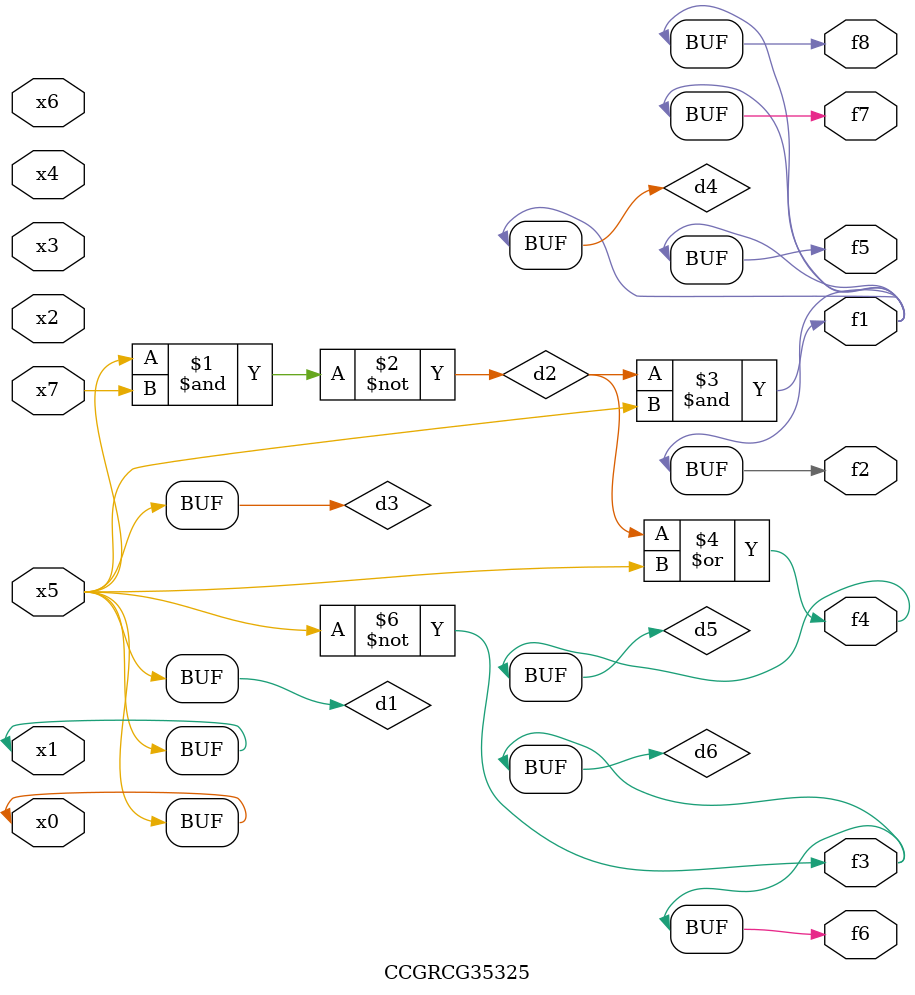
<source format=v>
module CCGRCG35325(
	input x0, x1, x2, x3, x4, x5, x6, x7,
	output f1, f2, f3, f4, f5, f6, f7, f8
);

	wire d1, d2, d3, d4, d5, d6;

	buf (d1, x0, x5);
	nand (d2, x5, x7);
	buf (d3, x0, x1);
	and (d4, d2, d3);
	or (d5, d2, d3);
	nor (d6, d1, d3);
	assign f1 = d4;
	assign f2 = d4;
	assign f3 = d6;
	assign f4 = d5;
	assign f5 = d4;
	assign f6 = d6;
	assign f7 = d4;
	assign f8 = d4;
endmodule

</source>
